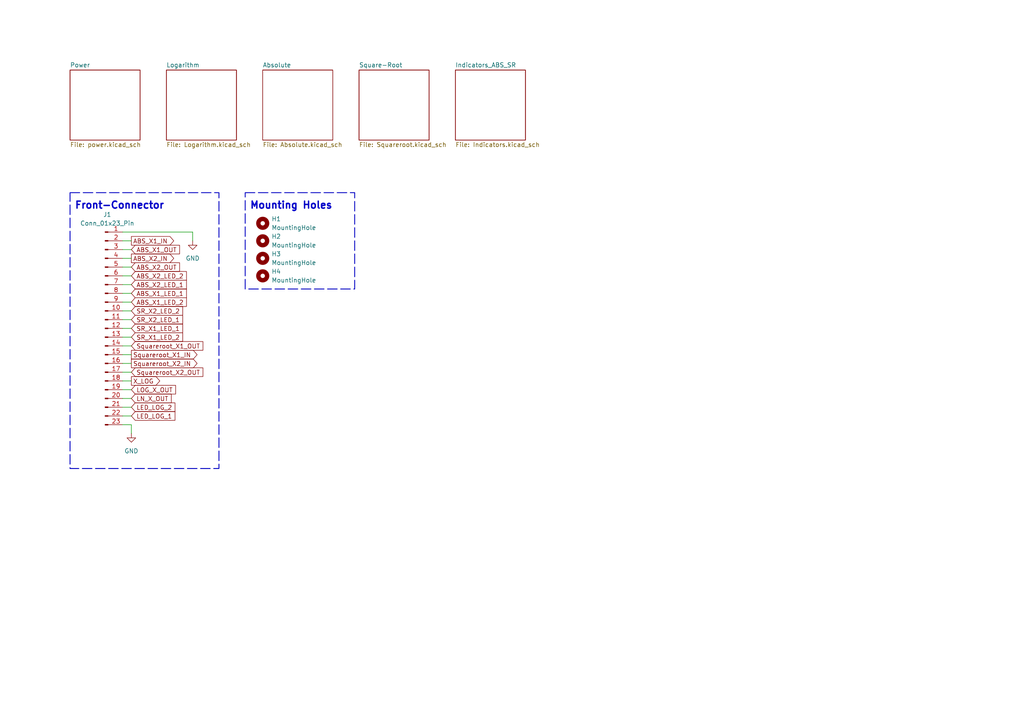
<source format=kicad_sch>
(kicad_sch (version 20231120) (generator "eeschema") (generator_version "8.0")
  (paper "A4")
  (title_block (title "Analog Computer Math Module") (date "2025-01-29") (rev "1") (company "Saal 2025"))
  (lib_symbols
    (symbol "Connector:Conn_01x23_Pin" (pin_names (offset 1.016) hide)
      (property "Reference" "J" (at 0 30.48 0))
      (property "Value" "Conn_01x23_Pin" (at 0 -30.48 0))
      (symbol "Conn_01x23_Pin_1_1"
        (polyline (pts (xy 1.27 -27.94) (xy 0.8636 -27.94)) (stroke (width 0.1524)))
        (polyline (pts (xy 1.27 -25.4) (xy 0.8636 -25.4)) (stroke (width 0.1524)))
        (polyline (pts (xy 1.27 -22.86) (xy 0.8636 -22.86)) (stroke (width 0.1524)))
        (polyline (pts (xy 1.27 -20.32) (xy 0.8636 -20.32)) (stroke (width 0.1524)))
        (polyline (pts (xy 1.27 -17.78) (xy 0.8636 -17.78)) (stroke (width 0.1524)))
        (polyline (pts (xy 1.27 -15.24) (xy 0.8636 -15.24)) (stroke (width 0.1524)))
        (polyline (pts (xy 1.27 -12.7) (xy 0.8636 -12.7)) (stroke (width 0.1524)))
        (polyline (pts (xy 1.27 -10.16) (xy 0.8636 -10.16)) (stroke (width 0.1524)))
        (polyline (pts (xy 1.27 -7.62) (xy 0.8636 -7.62)) (stroke (width 0.1524)))
        (polyline (pts (xy 1.27 -5.08) (xy 0.8636 -5.08)) (stroke (width 0.1524)))
        (polyline (pts (xy 1.27 -2.54) (xy 0.8636 -2.54)) (stroke (width 0.1524)))
        (polyline (pts (xy 1.27 0) (xy 0.8636 0)) (stroke (width 0.1524)))
        (polyline (pts (xy 1.27 2.54) (xy 0.8636 2.54)) (stroke (width 0.1524)))
        (polyline (pts (xy 1.27 5.08) (xy 0.8636 5.08)) (stroke (width 0.1524)))
        (polyline (pts (xy 1.27 7.62) (xy 0.8636 7.62)) (stroke (width 0.1524)))
        (polyline (pts (xy 1.27 10.16) (xy 0.8636 10.16)) (stroke (width 0.1524)))
        (polyline (pts (xy 1.27 12.7) (xy 0.8636 12.7)) (stroke (width 0.1524)))
        (polyline (pts (xy 1.27 15.24) (xy 0.8636 15.24)) (stroke (width 0.1524)))
        (polyline (pts (xy 1.27 17.78) (xy 0.8636 17.78)) (stroke (width 0.1524)))
        (polyline (pts (xy 1.27 20.32) (xy 0.8636 20.32)) (stroke (width 0.1524)))
        (polyline (pts (xy 1.27 22.86) (xy 0.8636 22.86)) (stroke (width 0.1524)))
        (polyline (pts (xy 1.27 25.4) (xy 0.8636 25.4)) (stroke (width 0.1524)))
        (polyline (pts (xy 1.27 27.94) (xy 0.8636 27.94)) (stroke (width 0.1524)))
        (rectangle (start 0.8636 -27.813) (end 0 -28.067) (stroke (width 0.1524)) (fill (type outline)))
        (rectangle (start 0.8636 -25.273) (end 0 -25.527) (stroke (width 0.1524)) (fill (type outline)))
        (rectangle (start 0.8636 -22.733) (end 0 -22.987) (stroke (width 0.1524)) (fill (type outline)))
        (rectangle (start 0.8636 -20.193) (end 0 -20.447) (stroke (width 0.1524)) (fill (type outline)))
        (rectangle (start 0.8636 -17.653) (end 0 -17.907) (stroke (width 0.1524)) (fill (type outline)))
        (rectangle (start 0.8636 -15.113) (end 0 -15.367) (stroke (width 0.1524)) (fill (type outline)))
        (rectangle (start 0.8636 -12.573) (end 0 -12.827) (stroke (width 0.1524)) (fill (type outline)))
        (rectangle (start 0.8636 -10.033) (end 0 -10.287) (stroke (width 0.1524)) (fill (type outline)))
        (rectangle (start 0.8636 -7.493) (end 0 -7.747) (stroke (width 0.1524)) (fill (type outline)))
        (rectangle (start 0.8636 -4.953) (end 0 -5.207) (stroke (width 0.1524)) (fill (type outline)))
        (rectangle (start 0.8636 -2.413) (end 0 -2.667) (stroke (width 0.1524)) (fill (type outline)))
        (rectangle (start 0.8636 0.127) (end 0 -0.127) (stroke (width 0.1524)) (fill (type outline)))
        (rectangle (start 0.8636 2.667) (end 0 2.413) (stroke (width 0.1524)) (fill (type outline)))
        (rectangle (start 0.8636 5.207) (end 0 4.953) (stroke (width 0.1524)) (fill (type outline)))
        (rectangle (start 0.8636 7.747) (end 0 7.493) (stroke (width 0.1524)) (fill (type outline)))
        (rectangle (start 0.8636 10.287) (end 0 10.033) (stroke (width 0.1524)) (fill (type outline)))
        (rectangle (start 0.8636 12.827) (end 0 12.573) (stroke (width 0.1524)) (fill (type outline)))
        (rectangle (start 0.8636 15.367) (end 0 15.113) (stroke (width 0.1524)) (fill (type outline)))
        (rectangle (start 0.8636 17.907) (end 0 17.653) (stroke (width 0.1524)) (fill (type outline)))
        (rectangle (start 0.8636 20.447) (end 0 20.193) (stroke (width 0.1524)) (fill (type outline)))
        (rectangle (start 0.8636 22.987) (end 0 22.733) (stroke (width 0.1524)) (fill (type outline)))
        (rectangle (start 0.8636 25.527) (end 0 25.273) (stroke (width 0.1524)) (fill (type outline)))
        (rectangle (start 0.8636 28.067) (end 0 27.813) (stroke (width 0.1524)) (fill (type outline)))
        (pin passive line (at 5.08 27.94 180) (length 3.81) (name "Pin_1") (number "1"))
        (pin passive line (at 5.08 5.08 180) (length 3.81) (name "Pin_10") (number "10"))
        (pin passive line (at 5.08 2.54 180) (length 3.81) (name "Pin_11") (number "11"))
        (pin passive line (at 5.08 0 180) (length 3.81) (name "Pin_12") (number "12"))
        (pin passive line (at 5.08 -2.54 180) (length 3.81) (name "Pin_13") (number "13"))
        (pin passive line (at 5.08 -5.08 180) (length 3.81) (name "Pin_14") (number "14"))
        (pin passive line (at 5.08 -7.62 180) (length 3.81) (name "Pin_15") (number "15"))
        (pin passive line (at 5.08 -10.16 180) (length 3.81) (name "Pin_16") (number "16"))
        (pin passive line (at 5.08 -12.7 180) (length 3.81) (name "Pin_17") (number "17"))
        (pin passive line (at 5.08 -15.24 180) (length 3.81) (name "Pin_18") (number "18"))
        (pin passive line (at 5.08 -17.78 180) (length 3.81) (name "Pin_19") (number "19"))
        (pin passive line (at 5.08 25.4 180) (length 3.81) (name "Pin_2") (number "2"))
        (pin passive line (at 5.08 -20.32 180) (length 3.81) (name "Pin_20") (number "20"))
        (pin passive line (at 5.08 -22.86 180) (length 3.81) (name "Pin_21") (number "21"))
        (pin passive line (at 5.08 -25.4 180) (length 3.81) (name "Pin_22") (number "22"))
        (pin passive line (at 5.08 -27.94 180) (length 3.81) (name "Pin_23") (number "23"))
        (pin passive line (at 5.08 22.86 180) (length 3.81) (name "Pin_3") (number "3"))
        (pin passive line (at 5.08 20.32 180) (length 3.81) (name "Pin_4") (number "4"))
        (pin passive line (at 5.08 17.78 180) (length 3.81) (name "Pin_5") (number "5"))
        (pin passive line (at 5.08 15.24 180) (length 3.81) (name "Pin_6") (number "6"))
        (pin passive line (at 5.08 12.7 180) (length 3.81) (name "Pin_7") (number "7"))
        (pin passive line (at 5.08 10.16 180) (length 3.81) (name "Pin_8") (number "8"))
        (pin passive line (at 5.08 7.62 180) (length 3.81) (name "Pin_9") (number "9"))
      )
    )
    (symbol "Mechanical:MountingHole" (pin_names (offset 1.016)) (exclude_from_sim yes) (in_bom no)
      (property "Reference" "H" (at 0 5.08 0))
      (property "Value" "MountingHole" (at 0 3.175 0))
      (symbol "MountingHole_0_1"
        (circle (center 0 0) (radius 1.27) (stroke (width 1.27)))
      )
    )
    (symbol "power:GND" (power) (pin_numbers hide) (pin_names (offset 0) hide)
      (property "Value" "GND" (at 0 -3.81 0))
      (symbol "GND_0_1"
        (polyline (pts (xy 0 0) (xy 0 -1.27) (xy 1.27 -1.27) (xy 0 -2.54) (xy -1.27 -1.27) (xy 0 -1.27)))
      )
      (symbol "GND_1_1"
        (pin power_in line (at 0 0 270) (length 0) (name "~") (number "1"))
      )
    )
  )
  (wire (pts (xy 35.56 123.19) (xy 38.1 123.19)))
  (wire (pts (xy 35.56 102.87) (xy 38.1 102.87)))
  (wire (pts (xy 35.56 113.03) (xy 38.1 113.03)))
  (wire (pts (xy 35.56 85.09) (xy 38.1 85.09)))
  (wire (pts (xy 35.56 95.25) (xy 38.1 95.25)))
  (wire (pts (xy 35.56 120.65) (xy 38.1 120.65)))
  (wire (pts (xy 35.56 100.33) (xy 38.1 100.33)))
  (wire (pts (xy 35.56 87.63) (xy 38.1 87.63)))
  (wire (pts (xy 35.56 92.71) (xy 38.1 92.71)))
  (wire (pts (xy 35.56 80.01) (xy 38.1 80.01)))
  (wire (pts (xy 35.56 74.93) (xy 38.1 74.93)))
  (wire (pts (xy 35.56 72.39) (xy 38.1 72.39)))
  (wire (pts (xy 35.56 77.47) (xy 38.1 77.47)))
  (wire (pts (xy 35.56 69.85) (xy 38.1 69.85)))
  (wire (pts (xy 35.56 107.95) (xy 38.1 107.95)))
  (wire (pts (xy 38.1 123.19) (xy 38.1 125.73)))
  (wire (pts (xy 35.56 110.49) (xy 38.1 110.49)))
  (wire (pts (xy 55.88 67.31) (xy 55.88 69.85)))
  (wire (pts (xy 35.56 67.31) (xy 55.88 67.31)))
  (wire (pts (xy 35.56 115.57) (xy 38.1 115.57)))
  (wire (pts (xy 35.56 90.17) (xy 38.1 90.17)))
  (wire (pts (xy 35.56 105.41) (xy 38.1 105.41)))
  (wire (pts (xy 35.56 118.11) (xy 38.1 118.11)))
  (wire (pts (xy 35.56 82.55) (xy 38.1 82.55)))
  (wire (pts (xy 35.56 97.79) (xy 38.1 97.79)))
  (rectangle (start 71.12 55.88) (end 102.87 83.82) (stroke (width 0.254) (type dash)))
  (rectangle (start 20.32 55.88) (end 63.5 135.89) (stroke (width 0.254) (type dash)))
  (text "Mounting Holes" (at 72.39 59.69 0) (effects (font (size 2.032 2.032) (thickness 0.4064) (bold yes)) (justify left)))
  (text "Front-Connector" (at 21.59 59.69 0) (effects (font (size 2.032 2.032) (thickness 0.4064) (bold yes)) (justify left)))
  (global_label "ABS_X2_IN" (shape output) (at 38.1 74.93 0) (property "Intersheetrefs" "${INTERSHEET_REFS}" (effects (hide yes))))
  (global_label "ABS_X2_LED_1" (shape input) (at 38.1 82.55 0) (property "Intersheetrefs" "${INTERSHEET_REFS}" (effects (hide yes))))
  (global_label "SR_X2_LED_2" (shape input) (at 38.1 90.17 0) (property "Intersheetrefs" "${INTERSHEET_REFS}" (effects (hide yes))))
  (global_label "Squareroot_X2_OUT" (shape input) (at 38.1 107.95 0) (property "Intersheetrefs" "${INTERSHEET_REFS}" (effects (hide yes))))
  (global_label "ABS_X1_LED_2" (shape input) (at 38.1 87.63 0) (property "Intersheetrefs" "${INTERSHEET_REFS}" (effects (hide yes))))
  (global_label "X_LOG" (shape output) (at 38.1 110.49 0) (property "Intersheetrefs" "${INTERSHEET_REFS}" (effects (hide yes))))
  (global_label "Squareroot_X2_IN" (shape output) (at 38.1 105.41 0) (property "Intersheetrefs" "${INTERSHEET_REFS}" (effects (hide yes))))
  (global_label "LED_LOG_2" (shape input) (at 38.1 118.11 0) (property "Intersheetrefs" "${INTERSHEET_REFS}" (effects (hide yes))))
  (global_label "SR_X2_LED_1" (shape input) (at 38.1 92.71 0) (property "Intersheetrefs" "${INTERSHEET_REFS}" (effects (hide yes))))
  (global_label "Squareroot_X1_IN" (shape output) (at 38.1 102.87 0) (property "Intersheetrefs" "${INTERSHEET_REFS}" (effects (hide yes))))
  (global_label "LOG_X_OUT" (shape input) (at 38.1 113.03 0) (property "Intersheetrefs" "${INTERSHEET_REFS}" (effects (hide yes))))
  (global_label "ABS_X2_LED_2" (shape input) (at 38.1 80.01 0) (property "Intersheetrefs" "${INTERSHEET_REFS}" (effects (hide yes))))
  (global_label "ABS_X1_LED_1" (shape input) (at 38.1 85.09 0) (property "Intersheetrefs" "${INTERSHEET_REFS}" (effects (hide yes))))
  (global_label "ABS_X1_OUT" (shape input) (at 38.1 72.39 0) (property "Intersheetrefs" "${INTERSHEET_REFS}" (effects (hide yes))))
  (global_label "LN_X_OUT" (shape input) (at 38.1 115.57 0) (property "Intersheetrefs" "${INTERSHEET_REFS}" (effects (hide yes))))
  (global_label "SR_X1_LED_2" (shape input) (at 38.1 97.79 0) (property "Intersheetrefs" "${INTERSHEET_REFS}" (effects (hide yes))))
  (global_label "SR_X1_LED_1" (shape input) (at 38.1 95.25 0) (property "Intersheetrefs" "${INTERSHEET_REFS}" (effects (hide yes))))
  (global_label "ABS_X2_OUT" (shape input) (at 38.1 77.47 0) (property "Intersheetrefs" "${INTERSHEET_REFS}" (effects (hide yes))))
  (global_label "LED_LOG_1" (shape input) (at 38.1 120.65 0) (property "Intersheetrefs" "${INTERSHEET_REFS}" (effects (hide yes))))
  (global_label "ABS_X1_IN" (shape output) (at 38.1 69.85 0) (property "Intersheetrefs" "${INTERSHEET_REFS}" (effects (hide yes))))
  (global_label "Squareroot_X1_OUT" (shape input) (at 38.1 100.33 0) (property "Intersheetrefs" "${INTERSHEET_REFS}" (effects (hide yes))))
  (symbol (lib_id "Mechanical:MountingHole") (at 76.2 64.77 0) (unit 1) (exclude_from_sim yes) (in_bom no)
    (property "Reference" "H1" (at 78.74 63.4999 0) (effects (justify left)))
    (property "Value" "MountingHole" (at 78.74 66.0399 0) (effects (justify left)))
    (property "Footprint" "MountingHole:MountingHole_3.2mm_M3_DIN965" (effects (hide yes)))
    (property "Description" "Mounting Hole without connection" (effects (hide yes)))
  )
  (symbol (lib_id "power:GND") (at 38.1 125.73 0) (unit 1)
    (property "Reference" "#PWR02" (effects (hide yes)))
    (property "Value" "GND" (at 38.1 130.81 0))
    (property "Description" "Power symbol creates a global label with name \"GND\" , ground" (effects (hide yes)))
  )
  (symbol (lib_id "Mechanical:MountingHole") (at 76.2 69.85 0) (unit 1) (exclude_from_sim yes) (in_bom no)
    (property "Reference" "H2" (at 78.74 68.5799 0) (effects (justify left)))
    (property "Value" "MountingHole" (at 78.74 71.1199 0) (effects (justify left)))
    (property "Footprint" "MountingHole:MountingHole_3.2mm_M3_DIN965" (effects (hide yes)))
    (property "Description" "Mounting Hole without connection" (effects (hide yes)))
  )
  (symbol (lib_id "Mechanical:MountingHole") (at 76.2 80.01 0) (unit 1) (exclude_from_sim yes) (in_bom no)
    (property "Reference" "H4" (at 78.74 78.7399 0) (effects (justify left)))
    (property "Value" "MountingHole" (at 78.74 81.2799 0) (effects (justify left)))
    (property "Footprint" "MountingHole:MountingHole_3.2mm_M3_DIN965" (effects (hide yes)))
    (property "Description" "Mounting Hole without connection" (effects (hide yes)))
  )
  (symbol (lib_id "power:GND") (at 55.88 69.85 0) (unit 1)
    (property "Reference" "#PWR01" (effects (hide yes)))
    (property "Value" "GND" (at 55.88 74.93 0))
    (property "Description" "Power symbol creates a global label with name \"GND\" , ground" (effects (hide yes)))
  )
  (symbol (lib_id "Mechanical:MountingHole") (at 76.2 74.93 0) (unit 1) (exclude_from_sim yes) (in_bom no)
    (property "Reference" "H3" (at 78.74 73.6599 0) (effects (justify left)))
    (property "Value" "MountingHole" (at 78.74 76.1999 0) (effects (justify left)))
    (property "Footprint" "MountingHole:MountingHole_3.2mm_M3_DIN965" (effects (hide yes)))
    (property "Description" "Mounting Hole without connection" (effects (hide yes)))
  )
  (symbol (lib_id "Connector:Conn_01x23_Pin") (at 30.48 95.25 0) (unit 1)
    (property "Reference" "J1" (at 31.115 62.23 0))
    (property "Value" "Conn_01x23_Pin" (at 31.115 64.77 0))
    (property "Footprint" "Connector_PinHeader_2.54mm:PinHeader_1x23_P2.54mm_Vertical" (effects (hide yes)))
    (property "Description" "Generic connector, single row, 01x23, script generated" (effects (hide yes)))
  )
  (sheet (at 48.26 20.32) (size 20.32 20.32) (stroke (width 0.1524))
    (property "Sheetname" "Logarithm" (at 48.26 19.6084 0) (effects (justify left bottom)))
    (property "Sheetfile" "Logarithm.kicad_sch" (at 48.26 41.2246 0) (effects (justify left top)))
  )
  (sheet (at 104.14 20.32) (size 20.32 20.32) (stroke (width 0.1524))
    (property "Sheetname" "Square-Root" (at 104.14 19.6084 0) (effects (justify left bottom)))
    (property "Sheetfile" "Squareroot.kicad_sch" (at 104.14 41.2246 0) (effects (justify left top)))
  )
  (sheet (at 76.2 20.32) (size 20.32 20.32) (stroke (width 0.1524))
    (property "Sheetname" "Absolute" (at 76.2 19.6084 0) (effects (justify left bottom)))
    (property "Sheetfile" "Absolute.kicad_sch" (at 76.2 41.2246 0) (effects (justify left top)))
  )
  (sheet (at 132.08 20.32) (size 20.32 20.32) (stroke (width 0.1524))
    (property "Sheetname" "Indicators_ABS_SR" (at 132.08 19.6084 0) (effects (justify left bottom)))
    (property "Sheetfile" "Indicators.kicad_sch" (at 132.08 41.2246 0) (effects (justify left top)))
  )
  (sheet (at 20.32 20.32) (size 20.32 20.32) (stroke (width 0.1524))
    (property "Sheetname" "Power" (at 20.32 19.6084 0) (effects (justify left bottom)))
    (property "Sheetfile" "power.kicad_sch" (at 20.32 41.2246 0) (effects (justify left top)))
  )
)
</source>
